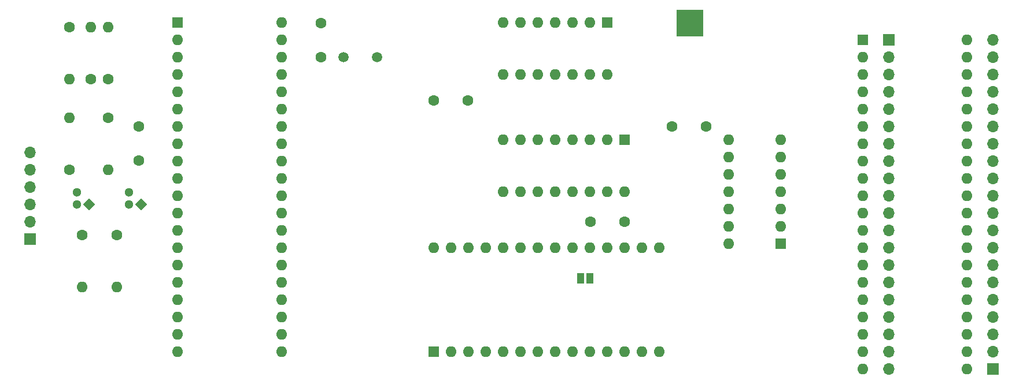
<source format=gbr>
%TF.GenerationSoftware,KiCad,Pcbnew,8.0.5+1*%
%TF.CreationDate,2024-10-09T18:42:43+02:00*%
%TF.ProjectId,QL_PC0084A_keyboard_adapter,514c5f50-4330-4303-9834-415f6b657962,0*%
%TF.SameCoordinates,Original*%
%TF.FileFunction,Soldermask,Bot*%
%TF.FilePolarity,Negative*%
%FSLAX46Y46*%
G04 Gerber Fmt 4.6, Leading zero omitted, Abs format (unit mm)*
G04 Created by KiCad (PCBNEW 8.0.5+1) date 2024-10-09 18:42:43*
%MOMM*%
%LPD*%
G01*
G04 APERTURE LIST*
G04 Aperture macros list*
%AMRotRect*
0 Rectangle, with rotation*
0 The origin of the aperture is its center*
0 $1 length*
0 $2 width*
0 $3 Rotation angle, in degrees counterclockwise*
0 Add horizontal line*
21,1,$1,$2,0,0,$3*%
G04 Aperture macros list end*
%ADD10C,0.100000*%
%ADD11RotRect,1.300000X1.300000X135.000000*%
%ADD12C,1.300000*%
%ADD13R,1.600000X1.600000*%
%ADD14O,1.600000X1.600000*%
%ADD15C,1.600000*%
%ADD16C,1.500000*%
%ADD17R,1.700000X1.700000*%
%ADD18O,1.700000X1.700000*%
%ADD19R,1.000000X1.500000*%
G04 APERTURE END LIST*
D10*
X188595000Y-76835000D02*
X192405000Y-76835000D01*
X192405000Y-80645000D01*
X188595000Y-80645000D01*
X188595000Y-76835000D01*
G36*
X188595000Y-76835000D02*
G01*
X192405000Y-76835000D01*
X192405000Y-80645000D01*
X188595000Y-80645000D01*
X188595000Y-76835000D01*
G37*
D11*
%TO.C,Q1*%
X102595000Y-105410000D03*
D12*
X100798949Y-105410000D03*
X100798949Y-103613949D03*
%TD*%
D11*
%TO.C,Q2*%
X110215000Y-105410000D03*
D12*
X108418949Y-105410000D03*
X108418949Y-103613949D03*
%TD*%
D13*
%TO.C,U2*%
X115570000Y-78740000D03*
D14*
X115570000Y-81280000D03*
X115570000Y-83820000D03*
X115570000Y-86360000D03*
X115570000Y-88900000D03*
X115570000Y-91440000D03*
X115570000Y-93980000D03*
X115570000Y-96520000D03*
X115570000Y-99060000D03*
X115570000Y-101600000D03*
X115570000Y-104140000D03*
X115570000Y-106680000D03*
X115570000Y-109220000D03*
X115570000Y-111760000D03*
X115570000Y-114300000D03*
X115570000Y-116840000D03*
X115570000Y-119380000D03*
X115570000Y-121920000D03*
X115570000Y-124460000D03*
X115570000Y-127000000D03*
X130810000Y-127000000D03*
X130810000Y-124460000D03*
X130810000Y-121920000D03*
X130810000Y-119380000D03*
X130810000Y-116840000D03*
X130810000Y-114300000D03*
X130810000Y-111760000D03*
X130810000Y-109220000D03*
X130810000Y-106680000D03*
X130810000Y-104140000D03*
X130810000Y-101600000D03*
X130810000Y-99060000D03*
X130810000Y-96520000D03*
X130810000Y-93980000D03*
X130810000Y-91440000D03*
X130810000Y-88900000D03*
X130810000Y-86360000D03*
X130810000Y-83820000D03*
X130810000Y-81280000D03*
X130810000Y-78740000D03*
%TD*%
D13*
%TO.C,U8*%
X178440000Y-78750000D03*
D14*
X175900000Y-78750000D03*
X173360000Y-78750000D03*
X170820000Y-78750000D03*
X168280000Y-78750000D03*
X165740000Y-78750000D03*
X163200000Y-78750000D03*
X163200000Y-86370000D03*
X165740000Y-86370000D03*
X168280000Y-86370000D03*
X170820000Y-86370000D03*
X173360000Y-86370000D03*
X175900000Y-86370000D03*
X178440000Y-86370000D03*
%TD*%
D13*
%TO.C,U1*%
X215900000Y-81280000D03*
D14*
X215900000Y-83820000D03*
X215900000Y-86360000D03*
X215900000Y-88900000D03*
X215900000Y-91440000D03*
X215900000Y-93980000D03*
X215900000Y-96520000D03*
X215900000Y-99060000D03*
X215900000Y-101600000D03*
X215900000Y-104140000D03*
X215900000Y-106680000D03*
X215900000Y-109220000D03*
X215900000Y-111760000D03*
X215900000Y-114300000D03*
X215900000Y-116840000D03*
X215900000Y-119380000D03*
X215900000Y-121920000D03*
X215900000Y-124460000D03*
X215900000Y-127000000D03*
X215900000Y-129540000D03*
X231140000Y-129540000D03*
X231140000Y-127000000D03*
X231140000Y-124460000D03*
X231140000Y-121920000D03*
X231140000Y-119380000D03*
X231140000Y-116840000D03*
X231140000Y-114300000D03*
X231140000Y-111760000D03*
X231140000Y-109220000D03*
X231140000Y-106680000D03*
X231140000Y-104140000D03*
X231140000Y-101600000D03*
X231140000Y-99060000D03*
X231140000Y-96520000D03*
X231140000Y-93980000D03*
X231140000Y-91440000D03*
X231140000Y-88900000D03*
X231140000Y-86360000D03*
X231140000Y-83820000D03*
X231140000Y-81280000D03*
%TD*%
D15*
%TO.C,R5*%
X105410000Y-86995000D03*
D14*
X105410000Y-79375000D03*
%TD*%
D15*
%TO.C,C2*%
X136525000Y-83780000D03*
X136525000Y-78780000D03*
%TD*%
D13*
%TO.C,U6*%
X180975000Y-95885000D03*
D14*
X178435000Y-95885000D03*
X175895000Y-95885000D03*
X173355000Y-95885000D03*
X170815000Y-95885000D03*
X168275000Y-95885000D03*
X165735000Y-95885000D03*
X163195000Y-95885000D03*
X163195000Y-103505000D03*
X165735000Y-103505000D03*
X168275000Y-103505000D03*
X170815000Y-103505000D03*
X173355000Y-103505000D03*
X175895000Y-103505000D03*
X178435000Y-103505000D03*
X180975000Y-103505000D03*
%TD*%
D15*
%TO.C,C5*%
X109855000Y-98980000D03*
X109855000Y-93980000D03*
%TD*%
%TO.C,C4*%
X153075000Y-90170000D03*
X158075000Y-90170000D03*
%TD*%
%TO.C,C1*%
X187960000Y-93980000D03*
X192960000Y-93980000D03*
%TD*%
%TO.C,R7*%
X105410000Y-92710000D03*
D14*
X105410000Y-100330000D03*
%TD*%
D15*
%TO.C,C3*%
X180975000Y-107950000D03*
X175975000Y-107950000D03*
%TD*%
D16*
%TO.C,Y1*%
X139880000Y-83790000D03*
X144780000Y-83790000D03*
%TD*%
D15*
%TO.C,R4*%
X102870000Y-86995000D03*
D14*
X102870000Y-79375000D03*
%TD*%
D15*
%TO.C,R1*%
X106680000Y-109855000D03*
D14*
X106680000Y-117475000D03*
%TD*%
D15*
%TO.C,R2*%
X101600000Y-109855000D03*
D14*
X101600000Y-117475000D03*
%TD*%
D15*
%TO.C,R6*%
X99695000Y-100330000D03*
D14*
X99695000Y-92710000D03*
%TD*%
D13*
%TO.C,U7*%
X203825000Y-111125000D03*
D14*
X203825000Y-108585000D03*
X203825000Y-106045000D03*
X203825000Y-103505000D03*
X203825000Y-100965000D03*
X203825000Y-98425000D03*
X203825000Y-95885000D03*
X196205000Y-95885000D03*
X196205000Y-98425000D03*
X196205000Y-100965000D03*
X196205000Y-103505000D03*
X196205000Y-106045000D03*
X196205000Y-108585000D03*
X196205000Y-111125000D03*
%TD*%
D15*
%TO.C,R3*%
X99695000Y-79375000D03*
D14*
X99695000Y-86995000D03*
%TD*%
D13*
%TO.C,U3*%
X153035000Y-127000000D03*
D14*
X155575000Y-127000000D03*
X158115000Y-127000000D03*
X160655000Y-127000000D03*
X163195000Y-127000000D03*
X165735000Y-127000000D03*
X168275000Y-127000000D03*
X170815000Y-127000000D03*
X173355000Y-127000000D03*
X175895000Y-127000000D03*
X178435000Y-127000000D03*
X180975000Y-127000000D03*
X183515000Y-127000000D03*
X186055000Y-127000000D03*
X186055000Y-111760000D03*
X183515000Y-111760000D03*
X180975000Y-111760000D03*
X178435000Y-111760000D03*
X175895000Y-111760000D03*
X173355000Y-111760000D03*
X170815000Y-111760000D03*
X168275000Y-111760000D03*
X165735000Y-111760000D03*
X163195000Y-111760000D03*
X160655000Y-111760000D03*
X158115000Y-111760000D03*
X155575000Y-111760000D03*
X153035000Y-111760000D03*
%TD*%
D17*
%TO.C,J3*%
X93980000Y-110490000D03*
D18*
X93980000Y-107950000D03*
X93980000Y-105410000D03*
X93980000Y-102870000D03*
X93980000Y-100330000D03*
X93980000Y-97790000D03*
%TD*%
D17*
%TO.C,J2*%
X234950000Y-129540000D03*
D18*
X234950000Y-127000000D03*
X234950000Y-124460000D03*
X234950000Y-121920000D03*
X234950000Y-119380000D03*
X234950000Y-116840000D03*
X234950000Y-114300000D03*
X234950000Y-111760000D03*
X234950000Y-109220000D03*
X234950000Y-106680000D03*
X234950000Y-104140000D03*
X234950000Y-101600000D03*
X234950000Y-99060000D03*
X234950000Y-96520000D03*
X234950000Y-93980000D03*
X234950000Y-91440000D03*
X234950000Y-88900000D03*
X234950000Y-86360000D03*
X234950000Y-83820000D03*
X234950000Y-81280000D03*
%TD*%
D19*
%TO.C,JP2*%
X175910000Y-116205000D03*
X174610000Y-116205000D03*
%TD*%
D17*
%TO.C,J1*%
X219710000Y-81280000D03*
D18*
X219710000Y-83820000D03*
X219710000Y-86360000D03*
X219710000Y-88900000D03*
X219710000Y-91440000D03*
X219710000Y-93980000D03*
X219710000Y-96520000D03*
X219710000Y-99060000D03*
X219710000Y-101600000D03*
X219710000Y-104140000D03*
X219710000Y-106680000D03*
X219710000Y-109220000D03*
X219710000Y-111760000D03*
X219710000Y-114300000D03*
X219710000Y-116840000D03*
X219710000Y-119380000D03*
X219710000Y-121920000D03*
X219710000Y-124460000D03*
X219710000Y-127000000D03*
X219710000Y-129540000D03*
%TD*%
M02*

</source>
